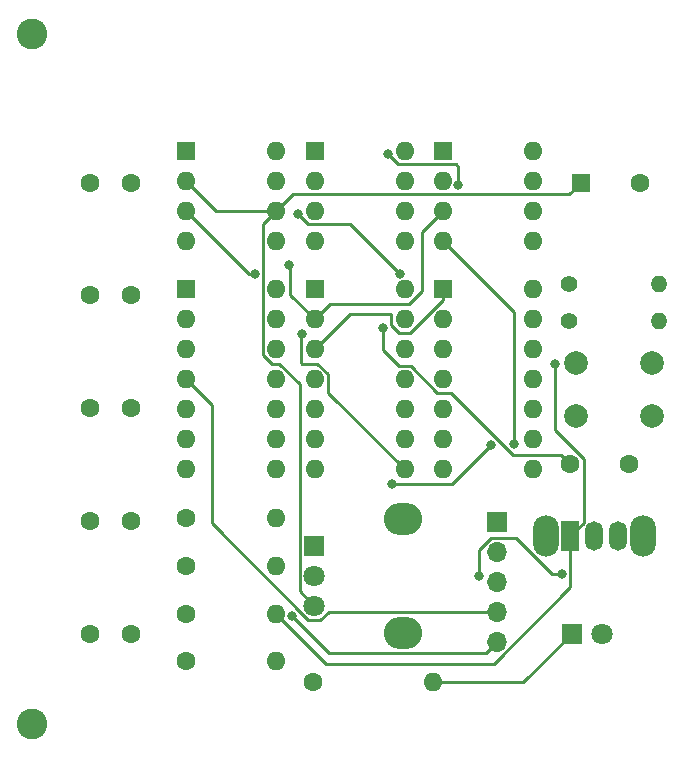
<source format=gbr>
%TF.GenerationSoftware,KiCad,Pcbnew,(7.0.0)*%
%TF.CreationDate,2023-02-28T14:37:34-05:00*%
%TF.ProjectId,8bc_clock_4,3862635f-636c-46f6-936b-5f342e6b6963,rev?*%
%TF.SameCoordinates,Original*%
%TF.FileFunction,Copper,L4,Bot*%
%TF.FilePolarity,Positive*%
%FSLAX46Y46*%
G04 Gerber Fmt 4.6, Leading zero omitted, Abs format (unit mm)*
G04 Created by KiCad (PCBNEW (7.0.0)) date 2023-02-28 14:37:34*
%MOMM*%
%LPD*%
G01*
G04 APERTURE LIST*
%TA.AperFunction,ComponentPad*%
%ADD10C,1.400000*%
%TD*%
%TA.AperFunction,ComponentPad*%
%ADD11O,1.400000X1.400000*%
%TD*%
%TA.AperFunction,ComponentPad*%
%ADD12C,1.600000*%
%TD*%
%TA.AperFunction,ComponentPad*%
%ADD13C,2.600000*%
%TD*%
%TA.AperFunction,ComponentPad*%
%ADD14R,1.600000X1.600000*%
%TD*%
%TA.AperFunction,ComponentPad*%
%ADD15O,1.600000X1.600000*%
%TD*%
%TA.AperFunction,ComponentPad*%
%ADD16C,2.000000*%
%TD*%
%TA.AperFunction,ComponentPad*%
%ADD17O,3.240000X2.720000*%
%TD*%
%TA.AperFunction,ComponentPad*%
%ADD18R,1.800000X1.800000*%
%TD*%
%TA.AperFunction,ComponentPad*%
%ADD19C,1.800000*%
%TD*%
%TA.AperFunction,ComponentPad*%
%ADD20R,1.700000X1.700000*%
%TD*%
%TA.AperFunction,ComponentPad*%
%ADD21O,1.700000X1.700000*%
%TD*%
%TA.AperFunction,ComponentPad*%
%ADD22O,2.200000X3.500000*%
%TD*%
%TA.AperFunction,ComponentPad*%
%ADD23R,1.500000X2.500000*%
%TD*%
%TA.AperFunction,ComponentPad*%
%ADD24O,1.500000X2.500000*%
%TD*%
%TA.AperFunction,ViaPad*%
%ADD25C,0.800000*%
%TD*%
%TA.AperFunction,Conductor*%
%ADD26C,0.250000*%
%TD*%
G04 APERTURE END LIST*
D10*
%TO.P,R1,1*%
%TO.N,+5V*%
X152180000Y-74500000D03*
D11*
%TO.P,R1,2*%
%TO.N,Net-(U1-DIS)*%
X159799999Y-74499999D03*
%TD*%
D12*
%TO.P,C7,1*%
%TO.N,GND*%
X111630000Y-104150000D03*
%TO.P,C7,2*%
%TO.N,+5V*%
X115130000Y-104150000D03*
%TD*%
D13*
%TO.P,REF\u002A\u002A\u002A,1*%
%TO.N,N/C*%
X106680000Y-111760000D03*
%TD*%
D14*
%TO.P,U3,1,GND*%
%TO.N,GND*%
X141479999Y-63249999D03*
D15*
%TO.P,U3,2,TR*%
%TO.N,Net-(SW1-A)*%
X141479999Y-65789999D03*
%TO.P,U3,3,Q*%
%TO.N,Net-(U3-Q)*%
X141479999Y-68329999D03*
%TO.P,U3,4,R*%
%TO.N,Net-(SW1-C)*%
X141479999Y-70869999D03*
%TO.P,U3,5,CV*%
%TO.N,Net-(U3-CV)*%
X149099999Y-70869999D03*
%TO.P,U3,6,THR*%
%TO.N,GND*%
X149099999Y-68329999D03*
%TO.P,U3,7,DIS*%
%TO.N,unconnected-(U3-DIS-Pad7)*%
X149099999Y-65789999D03*
%TO.P,U3,8,VCC*%
%TO.N,+5V*%
X149099999Y-63249999D03*
%TD*%
D14*
%TO.P,C2,1*%
%TO.N,Net-(U1-THR)*%
X153174697Y-65949999D03*
D12*
%TO.P,C2,2*%
%TO.N,GND*%
X158174698Y-65950000D03*
%TD*%
%TO.P,R5,1*%
%TO.N,+5V*%
X119730000Y-102450000D03*
D15*
%TO.P,R5,2*%
%TO.N,Net-(SW1-A)*%
X127349999Y-102449999D03*
%TD*%
D14*
%TO.P,U5,1*%
%TO.N,Net-(U1-Q)*%
X130629999Y-74999999D03*
D15*
%TO.P,U5,2*%
%TO.N,Net-(U3-Q)*%
X130629999Y-77539999D03*
%TO.P,U5,3*%
%TO.N,Net-(U5-Pad3)*%
X130629999Y-80079999D03*
%TO.P,U5,4*%
%TO.N,Net-(U4-Pad2)*%
X130629999Y-82619999D03*
%TO.P,U5,5*%
%TO.N,Net-(U2-DIS)*%
X130629999Y-85159999D03*
%TO.P,U5,6*%
%TO.N,Net-(U5-Pad6)*%
X130629999Y-87699999D03*
%TO.P,U5,7,GND*%
%TO.N,GND*%
X130629999Y-90239999D03*
%TO.P,U5,8*%
%TO.N,CLK*%
X138249999Y-90239999D03*
%TO.P,U5,9*%
%TO.N,Net-(U5-Pad9)*%
X138249999Y-87699999D03*
%TO.P,U5,10*%
%TO.N,Net-(U4-Pad6)*%
X138249999Y-85159999D03*
%TO.P,U5,11*%
%TO.N,unconnected-(U5-Pad11)*%
X138249999Y-82619999D03*
%TO.P,U5,12*%
%TO.N,unconnected-(U5-Pad12)*%
X138249999Y-80079999D03*
%TO.P,U5,13*%
%TO.N,unconnected-(U5-Pad13)*%
X138249999Y-77539999D03*
%TO.P,U5,14,VCC*%
%TO.N,+5V*%
X138249999Y-74999999D03*
%TD*%
D14*
%TO.P,U2,1,GND*%
%TO.N,GND*%
X130629999Y-63249999D03*
D15*
%TO.P,U2,2,TR*%
%TO.N,Net-(U2-TR)*%
X130629999Y-65789999D03*
%TO.P,U2,3,Q*%
%TO.N,Net-(U2-DIS)*%
X130629999Y-68329999D03*
%TO.P,U2,4,R*%
%TO.N,+5V*%
X130629999Y-70869999D03*
%TO.P,U2,5,CV*%
%TO.N,Net-(U2-CV)*%
X138249999Y-70869999D03*
%TO.P,U2,6,THR*%
%TO.N,Net-(U2-DIS)*%
X138249999Y-68329999D03*
%TO.P,U2,7,DIS*%
X138249999Y-65789999D03*
%TO.P,U2,8,VCC*%
%TO.N,+5V*%
X138249999Y-63249999D03*
%TD*%
D12*
%TO.P,C6,1*%
%TO.N,+5V*%
X111630000Y-94600000D03*
%TO.P,C6,2*%
%TO.N,GND*%
X115130000Y-94600000D03*
%TD*%
%TO.P,R3,1*%
%TO.N,+5V*%
X119730000Y-94350000D03*
D15*
%TO.P,R3,2*%
%TO.N,Net-(U2-DIS)*%
X127349999Y-94349999D03*
%TD*%
D14*
%TO.P,U6,1*%
%TO.N,Net-(U5-Pad3)*%
X141479999Y-74999999D03*
D15*
%TO.P,U6,2*%
%TO.N,Net-(U5-Pad6)*%
X141479999Y-77539999D03*
%TO.P,U6,3*%
%TO.N,Net-(U5-Pad9)*%
X141479999Y-80079999D03*
%TO.P,U6,4*%
%TO.N,unconnected-(U6-Pad4)*%
X141479999Y-82619999D03*
%TO.P,U6,5*%
%TO.N,unconnected-(U6-Pad5)*%
X141479999Y-85159999D03*
%TO.P,U6,6*%
%TO.N,unconnected-(U6-Pad6)*%
X141479999Y-87699999D03*
%TO.P,U6,7,GND*%
%TO.N,GND*%
X141479999Y-90239999D03*
%TO.P,U6,8*%
%TO.N,unconnected-(U6-Pad8)*%
X149099999Y-90239999D03*
%TO.P,U6,9*%
%TO.N,unconnected-(U6-Pad9)*%
X149099999Y-87699999D03*
%TO.P,U6,10*%
%TO.N,unconnected-(U6-Pad10)*%
X149099999Y-85159999D03*
%TO.P,U6,11*%
%TO.N,unconnected-(U6-Pad11)*%
X149099999Y-82619999D03*
%TO.P,U6,12*%
%TO.N,unconnected-(U6-Pad12)*%
X149099999Y-80079999D03*
%TO.P,U6,13*%
%TO.N,unconnected-(U6-Pad13)*%
X149099999Y-77539999D03*
%TO.P,U6,14,VCC*%
%TO.N,+5V*%
X149099999Y-74999999D03*
%TD*%
D12*
%TO.P,C4,1*%
%TO.N,Net-(U2-DIS)*%
X111630000Y-75500000D03*
%TO.P,C4,2*%
%TO.N,GND*%
X115130000Y-75500000D03*
%TD*%
%TO.P,R4,1*%
%TO.N,+5V*%
X119730000Y-98400000D03*
D15*
%TO.P,R4,2*%
%TO.N,Net-(U2-TR)*%
X127349999Y-98399999D03*
%TD*%
D16*
%TO.P,SW2,1*%
%TO.N,GND*%
X152730000Y-81250000D03*
X159230000Y-81250000D03*
%TO.P,SW2,2*%
%TO.N,Net-(U2-TR)*%
X152730000Y-85750000D03*
X159230000Y-85750000D03*
%TD*%
D17*
%TO.P,RV1,*%
%TO.N,*%
X138099999Y-94459999D03*
X138099999Y-104059999D03*
D18*
%TO.P,RV1,1,1*%
%TO.N,unconnected-(RV1-Pad1)*%
X130599999Y-96759999D03*
D19*
%TO.P,RV1,2,2*%
%TO.N,Net-(R2-Pad2)*%
X130600000Y-99260000D03*
%TO.P,RV1,3,3*%
%TO.N,Net-(U1-THR)*%
X130600000Y-101760000D03*
%TD*%
D13*
%TO.P,REF\u002A\u002A,1*%
%TO.N,N/C*%
X106680000Y-53340000D03*
%TD*%
D18*
%TO.P,D1,1,K*%
%TO.N,Net-(D1-K)*%
X152399999Y-104139999D03*
D19*
%TO.P,D1,2,A*%
%TO.N,CLK*%
X154940000Y-104140000D03*
%TD*%
D12*
%TO.P,C3,1*%
%TO.N,Net-(U2-CV)*%
X111630000Y-65950000D03*
%TO.P,C3,2*%
%TO.N,GND*%
X115130000Y-65950000D03*
%TD*%
D20*
%TO.P,J1,1,Pin_1*%
%TO.N,+5V*%
X146049999Y-94649999D03*
D21*
%TO.P,J1,2,Pin_2*%
%TO.N,GND*%
X146049999Y-97189999D03*
%TO.P,J1,3,Pin_3*%
%TO.N,CLK*%
X146049999Y-99729999D03*
%TO.P,J1,4,Pin_4*%
%TO.N,!CLK*%
X146049999Y-102269999D03*
%TO.P,J1,5,Pin_5*%
%TO.N,HLT*%
X146049999Y-104809999D03*
%TD*%
D12*
%TO.P,R6,1*%
%TO.N,+5V*%
X119730000Y-106500000D03*
D15*
%TO.P,R6,2*%
%TO.N,Net-(SW1-C)*%
X127349999Y-106499999D03*
%TD*%
D12*
%TO.P,R7,1*%
%TO.N,GND*%
X130500000Y-108220000D03*
D15*
%TO.P,R7,2*%
%TO.N,Net-(D1-K)*%
X140659999Y-108219999D03*
%TD*%
D22*
%TO.P,SW1,*%
%TO.N,*%
X150199999Y-95844999D03*
X158399999Y-95844999D03*
D23*
%TO.P,SW1,1,A*%
%TO.N,Net-(SW1-A)*%
X152299999Y-95844999D03*
D24*
%TO.P,SW1,2,B*%
%TO.N,GND*%
X154299999Y-95844999D03*
%TO.P,SW1,3,C*%
%TO.N,Net-(SW1-C)*%
X156299999Y-95844999D03*
%TD*%
D14*
%TO.P,U1,1,GND*%
%TO.N,GND*%
X119779999Y-63249999D03*
D15*
%TO.P,U1,2,TR*%
%TO.N,Net-(U1-THR)*%
X119779999Y-65789999D03*
%TO.P,U1,3,Q*%
%TO.N,Net-(U1-Q)*%
X119779999Y-68329999D03*
%TO.P,U1,4,R*%
%TO.N,+5V*%
X119779999Y-70869999D03*
%TO.P,U1,5,CV*%
%TO.N,Net-(U1-CV)*%
X127399999Y-70869999D03*
%TO.P,U1,6,THR*%
%TO.N,Net-(U1-THR)*%
X127399999Y-68329999D03*
%TO.P,U1,7,DIS*%
%TO.N,Net-(U1-DIS)*%
X127399999Y-65789999D03*
%TO.P,U1,8,VCC*%
%TO.N,+5V*%
X127399999Y-63249999D03*
%TD*%
D10*
%TO.P,R2,1*%
%TO.N,Net-(U1-DIS)*%
X152180000Y-77650000D03*
D11*
%TO.P,R2,2*%
%TO.N,Net-(R2-Pad2)*%
X159799999Y-77649999D03*
%TD*%
D14*
%TO.P,U4,1*%
%TO.N,Net-(U3-Q)*%
X119779999Y-74999999D03*
D15*
%TO.P,U4,2*%
%TO.N,Net-(U4-Pad2)*%
X119779999Y-77539999D03*
%TO.P,U4,3*%
%TO.N,CLK*%
X119779999Y-80079999D03*
%TO.P,U4,4*%
%TO.N,!CLK*%
X119779999Y-82619999D03*
%TO.P,U4,5*%
%TO.N,HLT*%
X119779999Y-85159999D03*
%TO.P,U4,6*%
%TO.N,Net-(U4-Pad6)*%
X119779999Y-87699999D03*
%TO.P,U4,7,GND*%
%TO.N,GND*%
X119779999Y-90239999D03*
%TO.P,U4,8*%
%TO.N,unconnected-(U4-Pad8)*%
X127399999Y-90239999D03*
%TO.P,U4,9*%
%TO.N,unconnected-(U4-Pad9)*%
X127399999Y-87699999D03*
%TO.P,U4,10*%
%TO.N,unconnected-(U4-Pad10)*%
X127399999Y-85159999D03*
%TO.P,U4,11*%
%TO.N,unconnected-(U4-Pad11)*%
X127399999Y-82619999D03*
%TO.P,U4,12*%
%TO.N,unconnected-(U4-Pad12)*%
X127399999Y-80079999D03*
%TO.P,U4,13*%
%TO.N,unconnected-(U4-Pad13)*%
X127399999Y-77539999D03*
%TO.P,U4,14,VCC*%
%TO.N,+5V*%
X127399999Y-74999999D03*
%TD*%
D12*
%TO.P,C5,1*%
%TO.N,Net-(U3-CV)*%
X111630000Y-85050000D03*
%TO.P,C5,2*%
%TO.N,GND*%
X115130000Y-85050000D03*
%TD*%
%TO.P,C1,1*%
%TO.N,Net-(U1-CV)*%
X152280000Y-89800000D03*
%TO.P,C1,2*%
%TO.N,GND*%
X157280000Y-89800000D03*
%TD*%
D25*
%TO.N,Net-(U2-TR)*%
X145537700Y-88142300D03*
X137160000Y-91440000D03*
%TO.N,Net-(U3-Q)*%
X128439872Y-72934470D03*
%TO.N,HLT*%
X128734864Y-102651875D03*
%TO.N,Net-(SW1-C)*%
X144558509Y-99263108D03*
X151575500Y-99060000D03*
X147514102Y-88069502D03*
%TO.N,Net-(SW1-A)*%
X150949500Y-81280000D03*
%TO.N,Net-(U2-TR)*%
X129265917Y-68642863D03*
X137849500Y-73659028D03*
%TO.N,Net-(U1-CV)*%
X136400500Y-78284502D03*
%TO.N,Net-(U1-Q)*%
X125550500Y-73658970D03*
%TO.N,CLK*%
X129540000Y-78740000D03*
%TO.N,Net-(U1-DIS)*%
X142820972Y-66190500D03*
X136885917Y-63562863D03*
%TD*%
D26*
%TO.N,Net-(U2-TR)*%
X142240000Y-91440000D02*
X145537700Y-88142300D01*
X137160000Y-91440000D02*
X142240000Y-91440000D01*
%TO.N,Net-(U5-Pad3)*%
X141480000Y-75900991D02*
X141480000Y-75000000D01*
X137784009Y-78665000D02*
X138715991Y-78665000D01*
X137125000Y-77074009D02*
X137125000Y-78005991D01*
X130630000Y-80080000D02*
X133635991Y-77074009D01*
X133635991Y-77074009D02*
X137125000Y-77074009D01*
X137125000Y-78005991D02*
X137784009Y-78665000D01*
X138715991Y-78665000D02*
X141480000Y-75900991D01*
%TO.N,Net-(U3-Q)*%
X128525000Y-75435000D02*
X130630000Y-77540000D01*
X128439872Y-72934470D02*
X128525000Y-73019598D01*
X128525000Y-73019598D02*
X128525000Y-75435000D01*
%TO.N,HLT*%
X131827989Y-105745000D02*
X128734864Y-102651875D01*
X145115000Y-105745000D02*
X131827989Y-105745000D01*
X146050000Y-104810000D02*
X145115000Y-105745000D01*
%TO.N,!CLK*%
X121920000Y-94812412D02*
X121920000Y-84760000D01*
X130092588Y-102985000D02*
X121920000Y-94812412D01*
X131107412Y-102985000D02*
X130092588Y-102985000D01*
X131822412Y-102270000D02*
X131107412Y-102985000D01*
X146050000Y-102270000D02*
X131822412Y-102270000D01*
X121920000Y-84760000D02*
X119780000Y-82620000D01*
%TO.N,Net-(SW1-C)*%
X150749746Y-99060000D02*
X151575500Y-99060000D01*
X147704746Y-96015000D02*
X150749746Y-99060000D01*
X145563299Y-96015000D02*
X147704746Y-96015000D01*
X144558509Y-97019790D02*
X145563299Y-96015000D01*
X144558509Y-99263108D02*
X144558509Y-97019790D01*
%TO.N,Net-(SW1-A)*%
X145841701Y-106680000D02*
X131580000Y-106680000D01*
X152300000Y-100221701D02*
X145841701Y-106680000D01*
X131580000Y-106680000D02*
X127350000Y-102450000D01*
X152300000Y-95845000D02*
X152300000Y-100221701D01*
%TO.N,Net-(SW1-C)*%
X147514102Y-76904102D02*
X147514102Y-88069502D01*
X141480000Y-70870000D02*
X147514102Y-76904102D01*
%TO.N,Net-(U3-Q)*%
X131970000Y-76200000D02*
X130630000Y-77540000D01*
X138640991Y-76200000D02*
X131970000Y-76200000D01*
X139700000Y-75140991D02*
X138640991Y-76200000D01*
X139700000Y-70110000D02*
X139700000Y-75140991D01*
X141480000Y-68330000D02*
X139700000Y-70110000D01*
%TO.N,Net-(SW1-A)*%
X153405000Y-94740000D02*
X152300000Y-95845000D01*
X150949500Y-86878509D02*
X153405000Y-89334009D01*
X150949500Y-81280000D02*
X150949500Y-86878509D01*
X153405000Y-89334009D02*
X153405000Y-94740000D01*
%TO.N,Net-(U2-TR)*%
X130078054Y-69455000D02*
X129265917Y-68642863D01*
X133645472Y-69455000D02*
X130078054Y-69455000D01*
X137849500Y-73659028D02*
X133645472Y-69455000D01*
%TO.N,Net-(U1-CV)*%
X151480001Y-89000001D02*
X152280000Y-89800000D01*
X147420001Y-89000001D02*
X151480001Y-89000001D01*
X142165000Y-83745000D02*
X147420001Y-89000001D01*
X141014009Y-83745000D02*
X142165000Y-83745000D01*
X138764009Y-81495000D02*
X141014009Y-83745000D01*
X137784009Y-81495000D02*
X138764009Y-81495000D01*
X136400500Y-80111491D02*
X137784009Y-81495000D01*
X136400500Y-78284502D02*
X136400500Y-80111491D01*
%TO.N,Net-(U1-Q)*%
X125108970Y-73658970D02*
X125550500Y-73658970D01*
X119780000Y-68330000D02*
X125108970Y-73658970D01*
%TO.N,CLK*%
X129505000Y-78775000D02*
X129540000Y-78740000D01*
X129505000Y-81245000D02*
X129505000Y-78775000D01*
X129540000Y-81280000D02*
X129505000Y-81245000D01*
X130880991Y-81280000D02*
X129540000Y-81280000D01*
X131755000Y-82154009D02*
X130880991Y-81280000D01*
X131755000Y-83745000D02*
X131755000Y-82154009D01*
X138250000Y-90240000D02*
X131755000Y-83745000D01*
%TO.N,Net-(D1-K)*%
X148320000Y-108220000D02*
X140660000Y-108220000D01*
X152400000Y-104140000D02*
X148320000Y-108220000D01*
%TO.N,Net-(U1-THR)*%
X126275000Y-69455000D02*
X127400000Y-68330000D01*
X126275000Y-80555000D02*
X126275000Y-69455000D01*
X127000000Y-81280000D02*
X126275000Y-80555000D01*
X127650991Y-81280000D02*
X127000000Y-81280000D01*
X129375000Y-100535000D02*
X129375000Y-83004009D01*
X130600000Y-101760000D02*
X129375000Y-100535000D01*
X129375000Y-83004009D02*
X127650991Y-81280000D01*
%TO.N,Net-(U1-DIS)*%
X142605000Y-64375000D02*
X142820972Y-64590972D01*
X136885917Y-63562863D02*
X137698054Y-64375000D01*
X142820972Y-64590972D02*
X142820972Y-66190500D01*
X137698054Y-64375000D02*
X142605000Y-64375000D01*
%TO.N,Net-(U1-THR)*%
X122320000Y-68330000D02*
X119780000Y-65790000D01*
X127400000Y-68330000D02*
X122320000Y-68330000D01*
X152209698Y-66915000D02*
X128815000Y-66915000D01*
X128815000Y-66915000D02*
X127400000Y-68330000D01*
X153174698Y-65950000D02*
X152209698Y-66915000D01*
%TD*%
M02*

</source>
